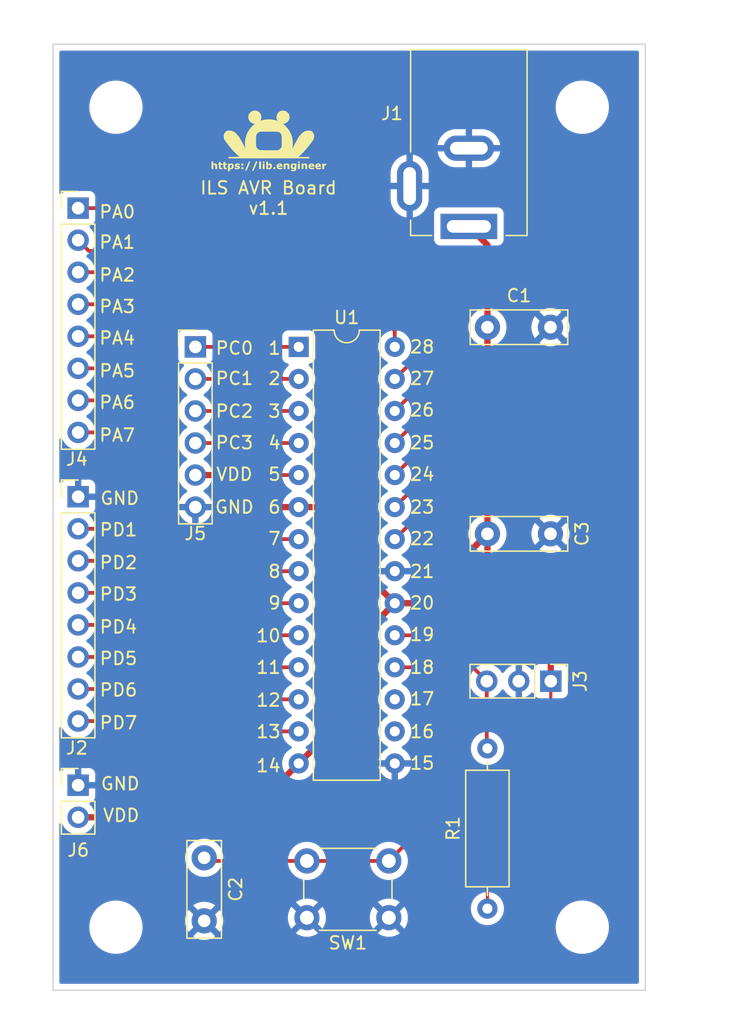
<source format=kicad_pcb>
(kicad_pcb (version 20211014) (generator pcbnew)
  (layers (0 "F.Cu" signal) (31 "B.Cu" power) (34 "B.Paste" user) (35 "F.Paste" user) (36 "B.SilkS" user "B.Silkscreen") (37 "F.SilkS" user "F.Silkscreen") (38 "B.Mask" user) (39 "F.Mask" user) (44 "Edge.Cuts" user))
  (net 0 "")
  (net 1 "VDD")
  (net 2 "GND")
  (net 3 "/{slash}RESET")
  (net 4 "/PD1")
  (net 5 "/PD2")
  (net 6 "/PD3")
  (net 7 "/PD4")
  (net 8 "/PD5")
  (net 9 "/PD6")
  (net 10 "/PD7")
  (net 11 "/PA0")
  (net 12 "/PA1")
  (net 13 "/PA2")
  (net 14 "/PA3")
  (net 15 "/PA4")
  (net 16 "/PA5")
  (net 17 "/PA6")
  (net 18 "/PA7")
  (net 19 "/PC0")
  (net 20 "/PC1")
  (net 21 "/PC2")
  (net 22 "/PC3")
  (net 25 "/UPDI")
  (footprint "lib:eFrog-pcb" (layer "F.Cu") (at 97.1 47.7)
    (fp_text reference "G***" hide)
    (fp_text value "LOGO" hide)
  )
  (footprint "Capacitor_THT:C_Disc_D7.5mm_W2.5mm_P5.00mm" (layer "F.Cu") (at 114.475 78.82)
    (fp_text reference "C3" (at 7.5 0 90) (layer "F.SilkS"))
    (fp_text value "1u" hide)
    (pad "1" thru_hole circle (at 0 0) (size 2 2) (drill 1) (layers *.Cu *.Mask) (net 1 "VDD"))
    (pad "2" thru_hole circle (at 5 0) (size 2 2) (drill 1) (layers *.Cu *.Mask) (net 2 "GND"))
  )
  (footprint "Connector_PinHeader_2.54mm:PinHeader_1x02_P2.54mm_Vertical" (layer "F.Cu") (at 82 98.75)
    (fp_text reference "J6" (at 0.01 5.145 unlocked) (layer "F.SilkS"))
    (fp_text value "Conn_01x02_Male" hide)
    (pad "1" thru_hole rect (at 0 0) (size 1.7 1.7) (drill 1) (layers *.Cu *.Mask) (net 2 "GND"))
    (pad "2" thru_hole oval (at 0 2.54) (size 1.7 1.7) (drill 1) (layers *.Cu *.Mask) (net 1 "VDD"))
  )
  (footprint "Package_DIP:DIP-28_W7.62mm" (layer "F.Cu") (at 99.5 64)
    (fp_text reference "U1" (at 3.81 -2.33) (layer "F.SilkS"))
    (fp_text value "AVR128DB28x-xSP" hide)
    (pad "1" thru_hole rect (at 0 0) (size 1.6 1.6) (drill 0.8) (layers *.Cu *.Mask) (net 18 "/PA7"))
    (pad "2" thru_hole oval (at 0 2.54) (size 1.6 1.6) (drill 0.8) (layers *.Cu *.Mask) (net 19 "/PC0"))
    (pad "3" thru_hole oval (at 0 5.08) (size 1.6 1.6) (drill 0.8) (layers *.Cu *.Mask) (net 20 "/PC1"))
    (pad "4" thru_hole oval (at 0 7.62) (size 1.6 1.6) (drill 0.8) (layers *.Cu *.Mask) (net 21 "/PC2"))
    (pad "5" thru_hole oval (at 0 10.16) (size 1.6 1.6) (drill 0.8) (layers *.Cu *.Mask) (net 22 "/PC3"))
    (pad "6" thru_hole oval (at 0 12.7) (size 1.6 1.6) (drill 0.8) (layers *.Cu *.Mask) (net 1 "VDD"))
    (pad "7" thru_hole oval (at 0 15.24) (size 1.6 1.6) (drill 0.8) (layers *.Cu *.Mask) (net 4 "/PD1"))
    (pad "8" thru_hole oval (at 0 17.78) (size 1.6 1.6) (drill 0.8) (layers *.Cu *.Mask) (net 5 "/PD2"))
    (pad "9" thru_hole oval (at 0 20.32) (size 1.6 1.6) (drill 0.8) (layers *.Cu *.Mask) (net 6 "/PD3"))
    (pad "10" thru_hole oval (at 0 22.86) (size 1.6 1.6) (drill 0.8) (layers *.Cu *.Mask) (net 7 "/PD4"))
    (pad "11" thru_hole oval (at 0 25.4) (size 1.6 1.6) (drill 0.8) (layers *.Cu *.Mask) (net 8 "/PD5"))
    (pad "12" thru_hole oval (at 0 27.94) (size 1.6 1.6) (drill 0.8) (layers *.Cu *.Mask) (net 9 "/PD6"))
    (pad "13" thru_hole oval (at 0 30.48) (size 1.6 1.6) (drill 0.8) (layers *.Cu *.Mask) (net 10 "/PD7"))
    (pad "14" thru_hole oval (at 0 33.02) (size 1.6 1.6) (drill 0.8) (layers *.Cu *.Mask) (net 1 "VDD"))
    (pad "15" thru_hole oval (at 7.62 33.02) (size 1.6 1.6) (drill 0.8) (layers *.Cu *.Mask) (net 2 "GND"))
    (pad "16" thru_hole oval (at 7.62 30.48) (size 1.6 1.6) (drill 0.8) (layers *.Cu *.Mask))
    (pad "17" thru_hole oval (at 7.62 27.94) (size 1.6 1.6) (drill 0.8) (layers *.Cu *.Mask))
    (pad "18" thru_hole oval (at 7.62 25.4) (size 1.6 1.6) (drill 0.8) (layers *.Cu *.Mask) (net 3 "/{slash}RESET"))
    (pad "19" thru_hole oval (at 7.62 22.86) (size 1.6 1.6) (drill 0.8) (layers *.Cu *.Mask) (net 25 "/UPDI"))
    (pad "20" thru_hole oval (at 7.62 20.32) (size 1.6 1.6) (drill 0.8) (layers *.Cu *.Mask) (net 1 "VDD"))
    (pad "21" thru_hole oval (at 7.62 17.78) (size 1.6 1.6) (drill 0.8) (layers *.Cu *.Mask) (net 2 "GND"))
    (pad "22" thru_hole oval (at 7.62 15.24) (size 1.6 1.6) (drill 0.8) (layers *.Cu *.Mask) (net 11 "/PA0"))
    (pad "23" thru_hole oval (at 7.62 12.7) (size 1.6 1.6) (drill 0.8) (layers *.Cu *.Mask) (net 12 "/PA1"))
    (pad "24" thru_hole oval (at 7.62 10.16) (size 1.6 1.6) (drill 0.8) (layers *.Cu *.Mask) (net 13 "/PA2"))
    (pad "25" thru_hole oval (at 7.62 7.62) (size 1.6 1.6) (drill 0.8) (layers *.Cu *.Mask) (net 14 "/PA3"))
    (pad "26" thru_hole oval (at 7.62 5.08) (size 1.6 1.6) (drill 0.8) (layers *.Cu *.Mask) (net 15 "/PA4"))
    (pad "27" thru_hole oval (at 7.62 2.54) (size 1.6 1.6) (drill 0.8) (layers *.Cu *.Mask) (net 16 "/PA5"))
    (pad "28" thru_hole oval (at 7.62 0) (size 1.6 1.6) (drill 0.8) (layers *.Cu *.Mask) (net 17 "/PA6"))
  )
  (footprint "Connector_PinHeader_2.54mm:PinHeader_1x08_P2.54mm_Vertical" (layer "F.Cu") (at 82 53)
    (fp_text reference "J4" (at -0.1 19.9) (layer "F.SilkS"))
    (fp_text value "Conn_01x08_Male" hide)
    (pad "1" thru_hole rect (at 0 0) (size 1.7 1.7) (drill 1) (layers *.Cu *.Mask) (net 11 "/PA0"))
    (pad "2" thru_hole oval (at 0 2.54) (size 1.7 1.7) (drill 1) (layers *.Cu *.Mask) (net 12 "/PA1"))
    (pad "3" thru_hole oval (at 0 5.08) (size 1.7 1.7) (drill 1) (layers *.Cu *.Mask) (net 13 "/PA2"))
    (pad "4" thru_hole oval (at 0 7.62) (size 1.7 1.7) (drill 1) (layers *.Cu *.Mask) (net 14 "/PA3"))
    (pad "5" thru_hole oval (at 0 10.16) (size 1.7 1.7) (drill 1) (layers *.Cu *.Mask) (net 15 "/PA4"))
    (pad "6" thru_hole oval (at 0 12.7) (size 1.7 1.7) (drill 1) (layers *.Cu *.Mask) (net 16 "/PA5"))
    (pad "7" thru_hole oval (at 0 15.24) (size 1.7 1.7) (drill 1) (layers *.Cu *.Mask) (net 17 "/PA6"))
    (pad "8" thru_hole oval (at 0 17.78) (size 1.7 1.7) (drill 1) (layers *.Cu *.Mask) (net 18 "/PA7"))
  )
  (footprint "Connector_PinHeader_2.54mm:PinHeader_1x06_P2.54mm_Vertical" (layer "F.Cu") (at 91.3 64)
    (fp_text reference "J5" (at 0 14.8) (layer "F.SilkS"))
    (fp_text value "Conn_01x06_Male" hide)
    (pad "1" thru_hole rect (at 0 0) (size 1.7 1.7) (drill 1) (layers *.Cu *.Mask) (net 19 "/PC0"))
    (pad "2" thru_hole oval (at 0 2.54) (size 1.7 1.7) (drill 1) (layers *.Cu *.Mask) (net 20 "/PC1"))
    (pad "3" thru_hole oval (at 0 5.08) (size 1.7 1.7) (drill 1) (layers *.Cu *.Mask) (net 21 "/PC2"))
    (pad "4" thru_hole oval (at 0 7.62) (size 1.7 1.7) (drill 1) (layers *.Cu *.Mask) (net 22 "/PC3"))
    (pad "5" thru_hole oval (at 0 10.16) (size 1.7 1.7) (drill 1) (layers *.Cu *.Mask) (net 1 "VDD"))
    (pad "6" thru_hole oval (at 0 12.7) (size 1.7 1.7) (drill 1) (layers *.Cu *.Mask) (net 2 "GND"))
  )
  (footprint "Capacitor_THT:C_Disc_D7.5mm_W2.5mm_P5.00mm" (layer "F.Cu") (at 92 104.5 -90)
    (fp_text reference "C2" (at 2.5 -2.5 90) (layer "F.SilkS"))
    (fp_text value "1u" hide)
    (pad "1" thru_hole circle (at 0 0 270) (size 2 2) (drill 1) (layers *.Cu *.Mask) (net 3 "/{slash}RESET"))
    (pad "2" thru_hole circle (at 5 0 270) (size 2 2) (drill 1) (layers *.Cu *.Mask) (net 2 "GND"))
  )
  (footprint "MountingHole:MountingHole_3.2mm_M3" (layer "F.Cu") (at 85 45)
    (fp_text reference "H4" hide)
    (fp_text value "MountingHole" hide)
    (pad "" np_thru_hole circle (at 0 0) (size 3.2 3.2) (drill 3.2) (layers *.Cu *.Mask))
  )
  (footprint "MountingHole:MountingHole_3.2mm_M3" (layer "F.Cu") (at 122 45)
    (fp_text reference "H2" hide)
    (fp_text value "MountingHole" hide)
    (pad "" np_thru_hole circle (at 0 0) (size 3.2 3.2) (drill 3.2) (layers *.Cu *.Mask))
  )
  (footprint "Button_Switch_THT:SW_PUSH_6mm" (layer "F.Cu") (at 106.65 109.25 180)
    (fp_text reference "SW1" (at 3.25 -2) (layer "F.SilkS"))
    (fp_text value "SW_SPST" hide)
    (pad "1" thru_hole circle (at 0 0 270) (size 2 2) (drill 1.1) (layers *.Cu *.Mask) (net 2 "GND"))
    (pad "1" thru_hole circle (at 6.5 0 270) (size 2 2) (drill 1.1) (layers *.Cu *.Mask) (net 2 "GND"))
    (pad "2" thru_hole circle (at 6.5 4.5 270) (size 2 2) (drill 1.1) (layers *.Cu *.Mask) (net 3 "/{slash}RESET"))
    (pad "2" thru_hole circle (at 0 4.5 270) (size 2 2) (drill 1.1) (layers *.Cu *.Mask) (net 3 "/{slash}RESET"))
  )
  (footprint "Connector_BarrelJack:BarrelJack_Kycon_KLDX-0202-xC_Horizontal" (layer "F.Cu") (at 113 54.45 -90)
    (fp_text reference "J1" (at -8.95 6.1 unlocked) (layer "F.SilkS"))
    (fp_text value "Barrel_Jack_Switch_Pin3Ring" hide)
    (pad "1" thru_hole rect (at 0 0 270) (size 2 4.5) (drill oval 1 3.5) (layers *.Cu *.Mask) (net 1 "VDD"))
    (pad "2" thru_hole oval (at -6.2 0 270) (size 2 4) (drill oval 1 3) (layers *.Cu *.Mask) (net 2 "GND"))
    (pad "3" thru_hole oval (at -3.2 4.7) (size 2 4) (drill oval 1 3) (layers *.Cu *.Mask) (net 2 "GND"))
  )
  (footprint "MountingHole:MountingHole_3.2mm_M3" (layer "F.Cu") (at 122 110)
    (fp_text reference "H1" hide)
    (fp_text value "MountingHole" hide)
    (pad "" np_thru_hole circle (at 0 0) (size 3.2 3.2) (drill 3.2) (layers *.Cu *.Mask))
  )
  (footprint "Capacitor_THT:C_Disc_D7.5mm_W2.5mm_P5.00mm" (layer "F.Cu") (at 114.475 62.44)
    (fp_text reference "C1" (at 2.5 -2.5) (layer "F.SilkS"))
    (fp_text value "1u" hide)
    (pad "1" thru_hole circle (at 0 0) (size 2 2) (drill 1) (layers *.Cu *.Mask) (net 1 "VDD"))
    (pad "2" thru_hole circle (at 5 0) (size 2 2) (drill 1) (layers *.Cu *.Mask) (net 2 "GND"))
  )
  (footprint "Connector_PinHeader_2.54mm:PinHeader_1x08_P2.54mm_Vertical" (layer "F.Cu") (at 82 75.88)
    (fp_text reference "J2" (at -0.1 19.92) (layer "F.SilkS"))
    (fp_text value "Conn_01x08_Male" hide)
    (pad "1" thru_hole rect (at 0 0) (size 1.7 1.7) (drill 1) (layers *.Cu *.Mask) (net 2 "GND"))
    (pad "2" thru_hole oval (at 0 2.54) (size 1.7 1.7) (drill 1) (layers *.Cu *.Mask) (net 4 "/PD1"))
    (pad "3" thru_hole oval (at 0 5.08) (size 1.7 1.7) (drill 1) (layers *.Cu *.Mask) (net 5 "/PD2"))
    (pad "4" thru_hole oval (at 0 7.62) (size 1.7 1.7) (drill 1) (layers *.Cu *.Mask) (net 6 "/PD3"))
    (pad "5" thru_hole oval (at 0 10.16) (size 1.7 1.7) (drill 1) (layers *.Cu *.Mask) (net 7 "/PD4"))
    (pad "6" thru_hole oval (at 0 12.7) (size 1.7 1.7) (drill 1) (layers *.Cu *.Mask) (net 8 "/PD5"))
    (pad "7" thru_hole oval (at 0 15.24) (size 1.7 1.7) (drill 1) (layers *.Cu *.Mask) (net 9 "/PD6"))
    (pad "8" thru_hole oval (at 0 17.78) (size 1.7 1.7) (drill 1) (layers *.Cu *.Mask) (net 10 "/PD7"))
  )
  (footprint "Connector_PinHeader_2.54mm:PinHeader_1x03_P2.54mm_Vertical" (layer "F.Cu") (at 119.5 90.5 -90)
    (fp_text reference "J3" (at 0 -2.33 90) (layer "F.SilkS"))
    (fp_text value "Conn_01x03_Male" hide)
    (pad "1" thru_hole rect (at 0 0 270) (size 1.7 1.7) (drill 1) (layers *.Cu *.Mask) (net 1 "VDD"))
    (pad "2" thru_hole oval (at 0 2.54 270) (size 1.7 1.7) (drill 1) (layers *.Cu *.Mask) (net 2 "GND"))
    (pad "3" thru_hole oval (at 0 5.08 270) (size 1.7 1.7) (drill 1) (layers *.Cu *.Mask) (net 25 "/UPDI"))
  )
  (footprint "MountingHole:MountingHole_3.2mm_M3" (layer "F.Cu") (at 85 110)
    (fp_text reference "H3" hide)
    (fp_text value "MountingHole" hide)
    (pad "" np_thru_hole circle (at 0 0) (size 3.2 3.2) (drill 3.2) (layers *.Cu *.Mask))
  )
  (footprint "Resistor_THT:R_Axial_DIN0309_L9.0mm_D3.2mm_P12.70mm_Horizontal" (layer "F.Cu") (at 114.47 108.53 90)
    (fp_text reference "R1" (at 6.35 -2.72 90) (layer "F.SilkS"))
    (fp_text value "1.2k" hide)
    (pad "1" thru_hole circle (at 0 0 90) (size 1.6 1.6) (drill 0.8) (layers *.Cu *.Mask) (net 1 "VDD"))
    (pad "2" thru_hole oval (at 12.7 0 90) (size 1.6 1.6) (drill 0.8) (layers *.Cu *.Mask) (net 25 "/UPDI"))
  )
  (gr_line (start 80 115) (end 127 115) (layer "Edge.Cuts") (width 0.1))
  (gr_line (start 80 40) (end 127 40) (layer "Edge.Cuts") (width 0.1))
  (gr_line (start 127 115) (end 127 40) (layer "Edge.Cuts") (width 0.1))
  (gr_line (start 80 40) (end 80 115) (layer "Edge.Cuts") (width 0.1))
  (gr_text "1" (at 97.57619 64.1) (layer "F.SilkS") (effects (font (size 1 1))))
  (gr_text "PC1" (at 94.4 66.5) (layer "F.SilkS") (effects (font (size 1 1))))
  (gr_text "15" (at 109.3 97) (layer "F.SilkS") (effects (font (size 1 1))))
  (gr_text "PC0" (at 94.4 64.1) (layer "F.SilkS") (effects (font (size 1 1))))
  (gr_text "GND" (at 94.4 76.7) (layer "F.SilkS") (effects (font (size 1 1))))
  (gr_text "VDD" (at 94.4 74.1) (layer "F.SilkS") (effects (font (size 1 1))))
  (gr_text "14" (at 97.1 97.2) (layer "F.SilkS") (effects (font (size 1 1))))
  (gr_text "PD2" (at 85.2 81.1) (layer "F.SilkS") (effects (font (size 1 1))))
  (gr_text "PA4" (at 85.1 63.3) (layer "F.SilkS") (effects (font (size 1 1))))
  (gr_text "19" (at 109.3 86.8) (layer "F.SilkS") (effects (font (size 1 1))))
  (gr_text "PD7" (at 85.2 93.8) (layer "F.SilkS") (effects (font (size 1 1))))
  (gr_text "8" (at 97.57619 81.8) (layer "F.SilkS") (effects (font (size 1 1))))
  (gr_text "PD5" (at 85.2 88.7) (layer "F.SilkS") (effects (font (size 1 1))))
  (gr_text "PA7" (at 85.1 71) (layer "F.SilkS") (effects (font (size 1 1))))
  (gr_text "PC2" (at 94.4 69.1) (layer "F.SilkS") (effects (font (size 1 1))))
  (gr_text "PA0" (at 85.1 53.3) (layer "F.SilkS") (effects (font (size 1 1))))
  (gr_text "11" (at 97.1 89.4) (layer "F.SilkS") (effects (font (size 1 1))))
  (gr_text "6" (at 97.57619 76.7) (layer "F.SilkS") (effects (font (size 1 1))))
  (gr_text "PD6" (at 85.2 91.2) (layer "F.SilkS") (effects (font (size 1 1))))
  (gr_text "7" (at 97.57619 79.2) (layer "F.SilkS") (effects (font (size 1 1))))
  (gr_text "28" (at 109.3 64) (layer "F.SilkS") (effects (font (size 1 1))))
  (gr_text "PD4" (at 85.2 86.2) (layer "F.SilkS") (effects (font (size 1 1))))
  (gr_text "PA3" (at 85.1 60.8) (layer "F.SilkS") (effects (font (size 1 1))))
  (gr_text "GND" (at 85.3 76) (layer "F.SilkS") (effects (font (size 1 1))))
  (gr_text "PA5" (at 85.1 65.9) (layer "F.SilkS") (effects (font (size 1 1))))
  (gr_text "4" (at 97.57619 71.6) (layer "F.SilkS") (effects (font (size 1 1))))
  (gr_text "20" (at 109.3 84.3) (layer "F.SilkS") (effects (font (size 1 1))))
  (gr_text "22" (at 109.3 79.2) (layer "F.SilkS") (effects (font (size 1 1))))
  (gr_text "PA1" (at 85.1 55.7) (layer "F.SilkS") (effects (font (size 1 1))))
  (gr_text "26" (at 109.3 69) (layer "F.SilkS") (effects (font (size 1 1))))
  (gr_text "24" (at 109.3 74.1) (layer "F.SilkS") (effects (font (size 1 1))))
  (gr_text "PA6" (at 85.1 68.4) (layer "F.SilkS") (effects (font (size 1 1))))
  (gr_text "PC3" (at 94.4 71.6) (layer "F.SilkS") (effects (font (size 1 1))))
  (gr_text "PD1" (at 85.2 78.5) (layer "F.SilkS") (effects (font (size 1 1))))
  (gr_text "13" (at 97.1 94.5) (layer "F.SilkS") (effects (font (size 1 1))))
  (gr_text "GND" (at 85.34 98.63) (layer "F.SilkS") (effects (font (size 1 1))))
  (gr_text "17" (at 109.3 91.9) (layer "F.SilkS") (effects (font (size 1 1))))
  (gr_text "3" (at 97.57619 69.1) (layer "F.SilkS") (effects (font (size 1 1))))
  (gr_text "5" (at 97.57619 74.1) (layer "F.SilkS") (effects (font (size 1 1))))
  (gr_text "27" (at 109.3 66.5) (layer "F.SilkS") (effects (font (size 1 1))))
  (gr_text "PA2" (at 85.1 58.3) (layer "F.SilkS") (effects (font (size 1 1))))
  (gr_text "23" (at 109.3 76.7) (layer "F.SilkS") (effects (font (size 1 1))))
  (gr_text "VDD" (at 85.42 101.14) (layer "F.SilkS") (effects (font (size 1 1))))
  (gr_text "25" (at 109.3 71.6) (layer "F.SilkS") (effects (font (size 1 1))))
  (gr_text "10" (at 97.1 86.9) (layer "F.SilkS") (effects (font (size 1 1))))
  (gr_text "18" (at 109.3 89.4) (layer "F.SilkS") (effects (font (size 1 1))))
  (gr_text "12" (at 97.1 92) (layer "F.SilkS") (effects (font (size 1 1))))
  (gr_text "PD3" (at 85.2 83.6) (layer "F.SilkS") (effects (font (size 1 1))))
  (gr_text "21" (at 109.3 81.8) (layer "F.SilkS") (effects (font (size 1 1))))
  (gr_text "2" (at 97.57619 66.5) (layer "F.SilkS") (effects (font (size 1 1))))
  (gr_text "ILS AVR Board\nv1.1" (at 97.1 52.2) (layer "F.SilkS") (effects (font (size 1 1))))
  (gr_text "16" (at 109.3 94.5) (layer "F.SilkS") (effects (font (size 1 1))))
  (gr_text "9" (at 97.57619 84.3) (layer "F.SilkS") (effects (font (size 1 1))))
  (segment (start 114.475 78.82) (end 114.475 84) (width 0.5) (layer "F.Cu") (net 1))
  (segment (start 118.375 87.9) (end 118.4 87.9) (width 0.5) (layer "F.Cu") (net 1))
  (segment (start 109 84.295) (end 109 84.3) (width 0.5) (layer "F.Cu") (net 1))
  (segment (start 114.47 108.53) (end 114.47 103.54) (width 0.25) (layer "F.Cu") (net 1))
  (segment (start 119.5 89) (end 119.5 90.5) (width 0.5) (layer "F.Cu") (net 1))
  (segment (start 114.475 78.82) (end 109 84.295) (width 0.5) (layer "F.Cu") (net 1))
  (segment (start 119.51 98.5) (end 119.5 98.49) (width 0.25) (layer "F.Cu") (net 1))
  (segment (start 95.23 101.29) (end 99.5 97.02) (width 0.5) (layer "F.Cu") (net 1))
  (segment (start 101.7 76.7) (end 99.5 76.7) (width 0.5) (layer "F.Cu") (net 1))
  (segment (start 118.4 87.9) (end 119.5 89) (width 0.5) (layer "F.Cu") (net 1))
  (segment (start 103.2 88.24) (end 103.2 93.32) (width 0.5) (layer "F.Cu") (net 1))
  (segment (start 109 84.3) (end 108.98 84.32) (width 0.5) (layer "F.Cu") (net 1))
  (segment (start 114.475 62.44) (end 114.475 55.925) (width 0.5) (layer "F.Cu") (net 1))
  (segment (start 114.475 62.44) (end 114.475 78.82) (width 0.5) (layer "F.Cu") (net 1))
  (segment (start 96.6 76.7) (end 99.5 76.7) (width 0.5) (layer "F.Cu") (net 1))
  (segment (start 107.12 84.32) (end 103.2 88.24) (width 0.5) (layer "F.Cu") (net 1))
  (segment (start 103.2 93.32) (end 99.5 97.02) (width 0.5) (layer "F.Cu") (net 1))
  (segment (start 82 101.29) (end 95.23 101.29) (width 0.5) (layer "F.Cu") (net 1))
  (segment (start 107.12 84.32) (end 102.8 80) (width 0.5) (layer "F.Cu") (net 1))
  (segment (start 102.8 80) (end 102.8 77.8) (width 0.5) (layer "F.Cu") (net 1))
  (segment (start 96.6 76.7) (end 94.06 74.16) (width 0.5) (layer "F.Cu") (net 1))
  (segment (start 94.06 74.16) (end 91.3 74.16) (width 0.5) (layer "F.Cu") (net 1))
  (segment (start 119.5 98.49) (end 119.5 90.5) (width 0.25) (layer "F.Cu") (net 1))
  (segment (start 114.475 55.925) (end 113 54.45) (width 0.5) (layer "F.Cu") (net 1))
  (segment (start 108.98 84.32) (end 107.12 84.32) (width 0.5) (layer "F.Cu") (net 1))
  (segment (start 102.8 77.8) (end 101.7 76.7) (width 0.5) (layer "F.Cu") (net 1))
  (segment (start 114.47 103.54) (end 119.51 98.5) (width 0.25) (layer "F.Cu") (net 1))
  (segment (start 114.475 84) (end 118.375 87.9) (width 0.5) (layer "F.Cu") (net 1))
  (segment (start 108.9 89.8) (end 108.9 102.5) (width 0.3) (layer "F.Cu") (net 3))
  (segment (start 108.9 102.5) (end 106.65 104.75) (width 0.3) (layer "F.Cu") (net 3))
  (segment (start 108.5 89.4) (end 108.9 89.8) (width 0.3) (layer "F.Cu") (net 3))
  (segment (start 100.15 104.75) (end 92.25 104.75) (width 0.3) (layer "F.Cu") (net 3))
  (segment (start 92.25 104.75) (end 92 104.5) (width 0.3) (layer "F.Cu") (net 3))
  (segment (start 107.12 89.4) (end 108.5 89.4) (width 0.3) (layer "F.Cu") (net 3))
  (segment (start 106.65 104.75) (end 100.15 104.75) (width 0.3) (layer "F.Cu") (net 3))
  (segment (start 88.5 79.24) (end 99.5 79.24) (width 0.3) (layer "F.Cu") (net 4))
  (segment (start 87.68 78.42) (end 88.5 79.24) (width 0.3) (layer "F.Cu") (net 4))
  (segment (start 82 78.42) (end 87.68 78.42) (width 0.3) (layer "F.Cu") (net 4))
  (segment (start 99.5 81.78) (end 91.88 81.78) (width 0.3) (layer "F.Cu") (net 5))
  (segment (start 91.06 80.96) (end 82 80.96) (width 0.3) (layer "F.Cu") (net 5))
  (segment (start 91.88 81.78) (end 91.06 80.96) (width 0.3) (layer "F.Cu") (net 5))
  (segment (start 91.2 83.5) (end 82 83.5) (width 0.3) (layer "F.Cu") (net 6))
  (segment (start 99.5 84.32) (end 92.02 84.32) (width 0.3) (layer "F.Cu") (net 6))
  (segment (start 92.02 84.32) (end 91.2 83.5) (width 0.3) (layer "F.Cu") (net 6))
  (segment (start 91.96 86.86) (end 91.14 86.04) (width 0.3) (layer "F.Cu") (net 7))
  (segment (start 99.5 86.86) (end 91.96 86.86) (width 0.3) (layer "F.Cu") (net 7))
  (segment (start 91.14 86.04) (end 82 86.04) (width 0.3) (layer "F.Cu") (net 7))
  (segment (start 90.98 88.58) (end 82 88.58) (width 0.3) (layer "F.Cu") (net 8))
  (segment (start 99.5 89.4) (end 91.8 89.4) (width 0.3) (layer "F.Cu") (net 8))
  (segment (start 91.8 89.4) (end 90.98 88.58) (width 0.3) (layer "F.Cu") (net 8))
  (segment (start 90.62 91.12) (end 82 91.12) (width 0.3) (layer "F.Cu") (net 9))
  (segment (start 99.5 91.94) (end 91.44 91.94) (width 0.3) (layer "F.Cu") (net 9))
  (segment (start 91.44 91.94) (end 90.62 91.12) (width 0.3) (layer "F.Cu") (net 9))
  (segment (start 91.18 94.48) (end 90.36 93.66) (width 0.3) (layer "F.Cu") (net 10))
  (segment (start 99.5 94.48) (end 91.18 94.48) (width 0.3) (layer "F.Cu") (net 10))
  (segment (start 90.36 93.66) (end 82 93.66) (width 0.3) (layer "F.Cu") (net 10))
  (segment (start 111.1 75.26) (end 111.1 61.192894) (width 0.3) (layer "F.Cu") (net 11))
  (segment (start 107.12 79.24) (end 111.1 75.26) (width 0.3) (layer "F.Cu") (net 11))
  (segment (start 111.1 61.192894) (end 102.907106 53) (width 0.3) (layer "F.Cu") (net 11))
  (segment (start 102.907106 53) (end 82 53) (width 0.3) (layer "F.Cu") (net 11))
  (segment (start 110.6 73.22) (end 110.6 61.4) (width 0.3) (layer "F.Cu") (net 12))
  (segment (start 105.6 56.4) (end 82.86 56.4) (width 0.3) (layer "F.Cu") (net 12))
  (segment (start 107.12 76.7) (end 110.6 73.22) (width 0.3) (layer "F.Cu") (net 12))
  (segment (start 110.6 61.4) (end 105.6 56.4) (width 0.3) (layer "F.Cu") (net 12))
  (segment (start 82.86 56.4) (end 82 55.54) (width 0.3) (layer "F.Cu") (net 12))
  (segment (start 110.1 61.7) (end 105.6 57.2) (width 0.3) (layer "F.Cu") (net 13))
  (segment (start 87.48 58.08) (end 82 58.08) (width 0.3) (layer "F.Cu") (net 13))
  (segment (start 107.12 74.16) (end 110.1 71.18) (width 0.3) (layer "F.Cu") (net 13))
  (segment (start 105.6 57.2) (end 88.4 57.2) (width 0.3) (layer "F.Cu") (net 13))
  (segment (start 110.1 71.18) (end 110.1 61.7) (width 0.3) (layer "F.Cu") (net 13))
  (segment (start 87.5 58.1) (end 87.48 58.08) (width 0.3) (layer "F.Cu") (net 13))
  (segment (start 88.4 57.2) (end 87.5 58.1) (width 0.3) (layer "F.Cu") (net 13))
  (segment (start 89 58) (end 86.38 60.62) (width 0.3) (layer "F.Cu") (net 14))
  (segment (start 109.6 61.985788) (end 105.614212 58) (width 0.3) (layer "F.Cu") (net 14))
  (segment (start 105.614212 58) (end 89 58) (width 0.3) (layer "F.Cu") (net 14))
  (segment (start 107.12 71.62) (end 109.6 69.14) (width 0.3) (layer "F.Cu") (net 14))
  (segment (start 109.6 69.14) (end 109.6 61.985788) (width 0.3) (layer "F.Cu") (net 14))
  (segment (start 86.38 60.62) (end 82 60.62) (width 0.3) (layer "F.Cu") (net 14))
  (segment (start 89.2 59) (end 86.6 61.6) (width 0.3) (layer "F.Cu") (net 15))
  (segment (start 109.1 62.192894) (end 105.907106 59) (width 0.3) (layer "F.Cu") (net 15))
  (segment (start 86.6 61.6) (end 86.6 62.3) (width 0.3) (layer "F.Cu") (net 15))
  (segment (start 109.1 67.1) (end 109.1 62.192894) (width 0.3) (layer "F.Cu") (net 15))
  (segment (start 86.6 62.3) (end 85.74 63.16) (width 0.3) (layer "F.Cu") (net 15))
  (segment (start 107.12 69.08) (end 109.1 67.1) (width 0.3) (layer "F.Cu") (net 15))
  (segment (start 85.74 63.16) (end 82 63.16) (width 0.3) (layer "F.Cu") (net 15))
  (segment (start 105.907106 59) (end 89.2 59) (width 0.3) (layer "F.Cu") (net 15))
  (segment (start 108.6 65.06) (end 108.6 62.4) (width 0.3) (layer "F.Cu") (net 16))
  (segment (start 89.2 60) (end 87.4 61.8) (width 0.3) (layer "F.Cu") (net 16))
  (segment (start 86.6 65.7) (end 82 65.7) (width 0.3) (layer "F.Cu") (net 16))
  (segment (start 87.4 64.9) (end 86.6 65.7) (width 0.3) (layer "F.Cu") (net 16))
  (segment (start 107.12 66.54) (end 108.6 65.06) (width 0.3) (layer "F.Cu") (net 16))
  (segment (start 108.6 62.4) (end 106.2 60) (width 0.3) (layer "F.Cu") (net 16))
  (segment (start 87.4 61.8) (end 87.4 64.9) (width 0.3) (layer "F.Cu") (net 16))
  (segment (start 106.2 60) (end 89.2 60) (width 0.3) (layer "F.Cu") (net 16))
  (segment (start 88.1 62) (end 88.1 67.4) (width 0.3) (layer "F.Cu") (net 17))
  (segment (start 105.3 60.9) (end 89.2 60.9) (width 0.3) (layer "F.Cu") (net 17))
  (segment (start 89.2 60.9) (end 88.1 62) (width 0.3) (layer "F.Cu") (net 17))
  (segment (start 107.12 64) (end 107.12 62.72) (width 0.3) (layer "F.Cu") (net 17))
  (segment (start 87.26 68.24) (end 82 68.24) (width 0.3) (layer "F.Cu") (net 17))
  (segment (start 88.1 67.4) (end 87.26 68.24) (width 0.3) (layer "F.Cu") (net 17))
  (segment (start 107.12 62.72) (end 105.3 60.9) (width 0.3) (layer "F.Cu") (net 17))
  (segment (start 88.8 69.4) (end 87.42 70.78) (width 0.3) (layer "F.Cu") (net 18))
  (segment (start 95.7 61.6) (end 89.4 61.6) (width 0.3) (layer "F.Cu") (net 18))
  (segment (start 98.1 64) (end 95.7 61.6) (width 0.3) (layer "F.Cu") (net 18))
  (segment (start 87.42 70.78) (end 82 70.78) (width 0.3) (layer "F.Cu") (net 18))
  (segment (start 99.5 64) (end 98.1 64) (width 0.3) (layer "F.Cu") (net 18))
  (segment (start 89.4 61.6) (end 88.8 62.2) (width 0.3) (layer "F.Cu") (net 18))
  (segment (start 88.8 62.2) (end 88.8 69.4) (width 0.3) (layer "F.Cu") (net 18))
  (segment (start 99.5 66.54) (end 98.24 66.54) (width 0.3) (layer "F.Cu") (net 19))
  (segment (start 98.24 66.54) (end 95.7 64) (width 0.3) (layer "F.Cu") (net 19))
  (segment (start 95.7 64) (end 91.3 64) (width 0.3) (layer "F.Cu") (net 19))
  (segment (start 95.54 66.54) (end 91.3 66.54) (width 0.3) (layer "F.Cu") (net 20))
  (segment (start 98.08 69.08) (end 95.54 66.54) (width 0.3) (layer "F.Cu") (net 20))
  (segment (start 99.5 69.08) (end 98.08 69.08) (width 0.3) (layer "F.Cu") (net 20))
  (segment (start 99.5 71.62) (end 98.02 71.62) (width 0.3) (layer "F.Cu") (net 21))
  (segment (start 98.02 71.62) (end 95.48 69.08) (width 0.3) (layer "F.Cu") (net 21))
  (segment (start 95.48 69.08) (end 91.3 69.08) (width 0.3) (layer "F.Cu") (net 21))
  (segment (start 97.96 74.16) (end 95.42 71.62) (width 0.3) (layer "F.Cu") (net 22))
  (segment (start 99.5 74.16) (end 97.96 74.16) (width 0.3) (layer "F.Cu") (net 22))
  (segment (start 95.42 71.62) (end 91.3 71.62) (width 0.3) (layer "F.Cu") (net 22))
  (segment (start 114.42 95.78) (end 114.47 95.83) (width 0.3) (layer "F.Cu") (net 25))
  (segment (start 110.78 86.86) (end 114.42 90.5) (width 0.3) (layer "F.Cu") (net 25))
  (segment (start 114.42 90.5) (end 114.42 95.78) (width 0.3) (layer "F.Cu") (net 25))
  (segment (start 107.12 86.86) (end 110.78 86.86) (width 0.3) (layer "F.Cu") (net 25))
  (zone (net 2) (net_name "GND") (layer "B.Cu") (connect_pads (clearance 0.508)) (min_thickness 0.254) (fill yes (thermal_gap 0.508) (thermal_bridge_width 0.508))
    (polygon (pts (xy 134.2 117.7) (xy 75.8 117.7) (xy 75.8 38) (xy 133.9 36.5)))
  )
)
</source>
